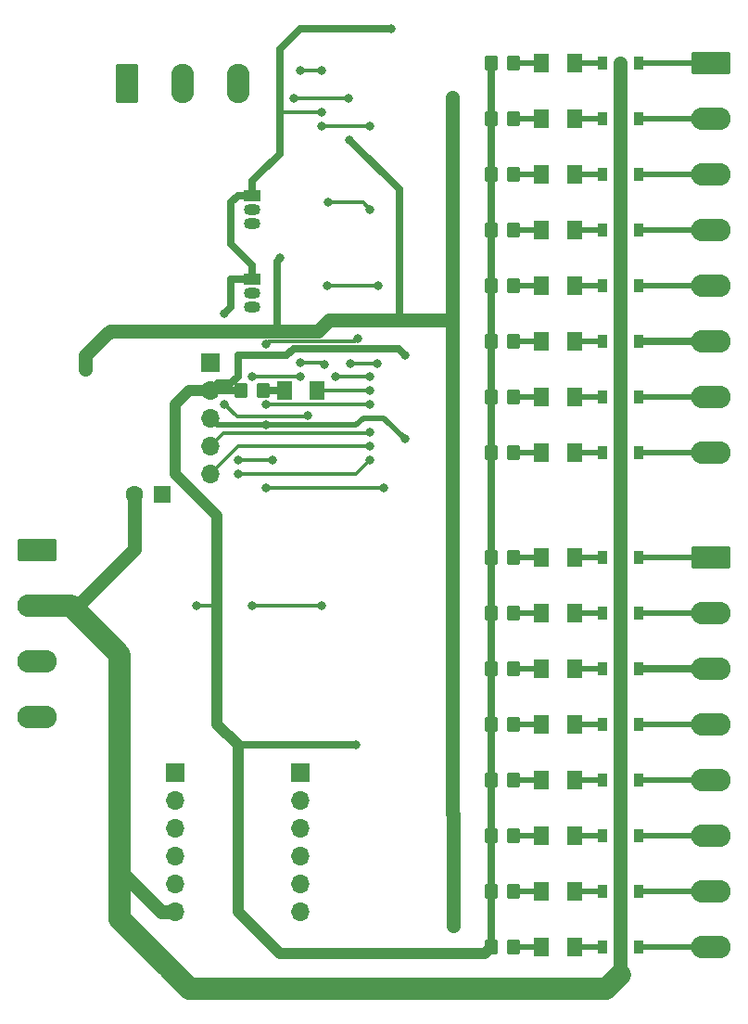
<source format=gbr>
%TF.GenerationSoftware,KiCad,Pcbnew,(5.99.0-9393-ga28cb98626)*%
%TF.CreationDate,2021-05-07T15:11:42-07:00*%
%TF.ProjectId,R_Switch,525f5377-6974-4636-982e-6b696361645f,B*%
%TF.SameCoordinates,Original*%
%TF.FileFunction,Copper,L2,Bot*%
%TF.FilePolarity,Positive*%
%FSLAX46Y46*%
G04 Gerber Fmt 4.6, Leading zero omitted, Abs format (unit mm)*
G04 Created by KiCad (PCBNEW (5.99.0-9393-ga28cb98626)) date 2021-05-07 15:11:42*
%MOMM*%
%LPD*%
G01*
G04 APERTURE LIST*
G04 Aperture macros list*
%AMRoundRect*
0 Rectangle with rounded corners*
0 $1 Rounding radius*
0 $2 $3 $4 $5 $6 $7 $8 $9 X,Y pos of 4 corners*
0 Add a 4 corners polygon primitive as box body*
4,1,4,$2,$3,$4,$5,$6,$7,$8,$9,$2,$3,0*
0 Add four circle primitives for the rounded corners*
1,1,$1+$1,$2,$3*
1,1,$1+$1,$4,$5*
1,1,$1+$1,$6,$7*
1,1,$1+$1,$8,$9*
0 Add four rect primitives between the rounded corners*
20,1,$1+$1,$2,$3,$4,$5,0*
20,1,$1+$1,$4,$5,$6,$7,0*
20,1,$1+$1,$6,$7,$8,$9,0*
20,1,$1+$1,$8,$9,$2,$3,0*%
G04 Aperture macros list end*
%TA.AperFunction,ComponentPad*%
%ADD10R,1.700000X1.700000*%
%TD*%
%TA.AperFunction,ComponentPad*%
%ADD11O,1.700000X1.700000*%
%TD*%
%TA.AperFunction,ComponentPad*%
%ADD12R,1.500000X1.050000*%
%TD*%
%TA.AperFunction,ComponentPad*%
%ADD13O,1.500000X1.050000*%
%TD*%
%TA.AperFunction,ComponentPad*%
%ADD14R,1.600000X1.600000*%
%TD*%
%TA.AperFunction,ComponentPad*%
%ADD15C,1.600000*%
%TD*%
%TA.AperFunction,SMDPad,CuDef*%
%ADD16R,0.900000X1.200000*%
%TD*%
%TA.AperFunction,SMDPad,CuDef*%
%ADD17RoundRect,0.250001X0.462499X0.624999X-0.462499X0.624999X-0.462499X-0.624999X0.462499X-0.624999X0*%
%TD*%
%TA.AperFunction,SMDPad,CuDef*%
%ADD18RoundRect,0.250000X0.350000X0.450000X-0.350000X0.450000X-0.350000X-0.450000X0.350000X-0.450000X0*%
%TD*%
%TA.AperFunction,ComponentPad*%
%ADD19RoundRect,0.249999X-1.550001X0.790001X-1.550001X-0.790001X1.550001X-0.790001X1.550001X0.790001X0*%
%TD*%
%TA.AperFunction,ComponentPad*%
%ADD20O,3.600000X2.080000*%
%TD*%
%TA.AperFunction,ComponentPad*%
%ADD21RoundRect,0.249999X-0.790001X-1.550001X0.790001X-1.550001X0.790001X1.550001X-0.790001X1.550001X0*%
%TD*%
%TA.AperFunction,ComponentPad*%
%ADD22O,2.080000X3.600000*%
%TD*%
%TA.AperFunction,ViaPad*%
%ADD23C,0.800000*%
%TD*%
%TA.AperFunction,Conductor*%
%ADD24C,0.635000*%
%TD*%
%TA.AperFunction,Conductor*%
%ADD25C,1.270000*%
%TD*%
%TA.AperFunction,Conductor*%
%ADD26C,2.032000*%
%TD*%
%TA.AperFunction,Conductor*%
%ADD27C,0.508000*%
%TD*%
%TA.AperFunction,Conductor*%
%ADD28C,1.016000*%
%TD*%
%TA.AperFunction,Conductor*%
%ADD29C,0.304800*%
%TD*%
G04 APERTURE END LIST*
D10*
%TO.P,J3,1,Pin_1*%
%TO.N,Net-(J3-Pad1)*%
X137795000Y-114935000D03*
D11*
%TO.P,J3,2,Pin_2*%
%TO.N,Net-(J3-Pad2)*%
X137795000Y-117475000D03*
%TO.P,J3,3,Pin_3*%
%TO.N,Net-(J3-Pad3)*%
X137795000Y-120015000D03*
%TO.P,J3,4,Pin_4*%
%TO.N,Net-(J3-Pad4)*%
X137795000Y-122555000D03*
%TO.P,J3,5,Pin_5*%
%TO.N,Net-(J3-Pad5)*%
X137795000Y-125095000D03*
%TO.P,J3,6,Pin_6*%
%TO.N,GND*%
X137795000Y-127635000D03*
%TD*%
D10*
%TO.P,J2,1,Pin_1*%
%TO.N,Net-(J2-Pad1)*%
X149225000Y-114935000D03*
D11*
%TO.P,J2,2,Pin_2*%
%TO.N,Net-(J2-Pad2)*%
X149225000Y-117475000D03*
%TO.P,J2,3,Pin_3*%
%TO.N,Net-(J2-Pad3)*%
X149225000Y-120015000D03*
%TO.P,J2,4,Pin_4*%
%TO.N,Net-(J2-Pad4)*%
X149225000Y-122555000D03*
%TO.P,J2,5,Pin_5*%
%TO.N,Net-(J2-Pad5)*%
X149225000Y-125095000D03*
%TO.P,J2,6,Pin_6*%
%TO.N,GND*%
X149225000Y-127635000D03*
%TD*%
D12*
%TO.P,Q10,1,E*%
%TO.N,+5V*%
X144822500Y-69850000D03*
D13*
%TO.P,Q10,2,B*%
%TO.N,Net-(Q10-Pad2)*%
X144822500Y-71120000D03*
%TO.P,Q10,3,C*%
%TO.N,Net-(Q10-Pad3)*%
X144822500Y-72390000D03*
%TD*%
D14*
%TO.P,C1,1*%
%TO.N,Net-(C1-Pad1)*%
X136547613Y-89535000D03*
D15*
%TO.P,C1,2*%
%TO.N,GND*%
X134047613Y-89535000D03*
%TD*%
D12*
%TO.P,Q9,1,E*%
%TO.N,+5V*%
X144822500Y-62230000D03*
D13*
%TO.P,Q9,2,B*%
%TO.N,Net-(Q9-Pad2)*%
X144822500Y-63500000D03*
%TO.P,Q9,3,C*%
%TO.N,Net-(Q9-Pad3)*%
X144822500Y-64770000D03*
%TD*%
D10*
%TO.P,J4,1,Pin_1*%
%TO.N,VPP*%
X140970000Y-77475000D03*
D11*
%TO.P,J4,2,Pin_2*%
%TO.N,+5V*%
X140970000Y-80015000D03*
%TO.P,J4,3,Pin_3*%
%TO.N,GND*%
X140970000Y-82555000D03*
%TO.P,J4,4,Pin_4*%
%TO.N,PGD*%
X140970000Y-85095000D03*
%TO.P,J4,5,Pin_5*%
%TO.N,PGC*%
X140970000Y-87635000D03*
%TD*%
D16*
%TO.P,D11,1,K*%
%TO.N,Net-(D11-Pad1)*%
X180085000Y-95250000D03*
%TO.P,D11,2,A*%
%TO.N,Net-(D11-Pad2)*%
X176785000Y-95250000D03*
%TD*%
D17*
%TO.P,D2,1,K*%
%TO.N,Net-(D2-Pad1)*%
X150712500Y-80010000D03*
%TO.P,D2,2,A*%
%TO.N,Net-(D2-Pad2)*%
X147737500Y-80010000D03*
%TD*%
%TO.P,D28,1,K*%
%TO.N,Net-(D28-Pad1)*%
X174207500Y-55245000D03*
%TO.P,D28,2,A*%
%TO.N,Net-(D28-Pad2)*%
X171232500Y-55245000D03*
%TD*%
D18*
%TO.P,R10,1*%
%TO.N,Net-(D6-Pad2)*%
X168640000Y-110490000D03*
%TO.P,R10,2*%
%TO.N,+5V*%
X166640000Y-110490000D03*
%TD*%
D17*
%TO.P,D32,1,K*%
%TO.N,Net-(D32-Pad1)*%
X174207500Y-75565000D03*
%TO.P,D32,2,A*%
%TO.N,Net-(D32-Pad2)*%
X171232500Y-75565000D03*
%TD*%
D18*
%TO.P,R32,1*%
%TO.N,Net-(D28-Pad2)*%
X168640000Y-55245000D03*
%TO.P,R32,2*%
%TO.N,+5V*%
X166640000Y-55245000D03*
%TD*%
%TO.P,R37,1*%
%TO.N,Net-(D33-Pad2)*%
X168640000Y-80645000D03*
%TO.P,R37,2*%
%TO.N,+5V*%
X166640000Y-80645000D03*
%TD*%
%TO.P,R33,1*%
%TO.N,Net-(D29-Pad2)*%
X168640000Y-60325000D03*
%TO.P,R33,2*%
%TO.N,+5V*%
X166640000Y-60325000D03*
%TD*%
D16*
%TO.P,D35,1,K*%
%TO.N,Net-(D35-Pad1)*%
X180085000Y-50165000D03*
%TO.P,D35,2,A*%
%TO.N,Net-(D27-Pad1)*%
X176785000Y-50165000D03*
%TD*%
%TO.P,D41,1,K*%
%TO.N,Net-(D41-Pad1)*%
X180085000Y-80645000D03*
%TO.P,D41,2,A*%
%TO.N,Net-(D33-Pad1)*%
X176785000Y-80645000D03*
%TD*%
D17*
%TO.P,D29,1,K*%
%TO.N,Net-(D29-Pad1)*%
X174207500Y-60325000D03*
%TO.P,D29,2,A*%
%TO.N,Net-(D29-Pad2)*%
X171232500Y-60325000D03*
%TD*%
%TO.P,D6,1,K*%
%TO.N,Net-(D14-Pad2)*%
X174207500Y-110490000D03*
%TO.P,D6,2,A*%
%TO.N,Net-(D6-Pad2)*%
X171232500Y-110490000D03*
%TD*%
D18*
%TO.P,R38,1*%
%TO.N,Net-(D34-Pad2)*%
X168640000Y-85725000D03*
%TO.P,R38,2*%
%TO.N,+5V*%
X166640000Y-85725000D03*
%TD*%
D17*
%TO.P,D5,1,K*%
%TO.N,Net-(D13-Pad2)*%
X174207500Y-105410000D03*
%TO.P,D5,2,A*%
%TO.N,Net-(D5-Pad2)*%
X171232500Y-105410000D03*
%TD*%
D18*
%TO.P,R8,1*%
%TO.N,Net-(D4-Pad2)*%
X168640000Y-100330000D03*
%TO.P,R8,2*%
%TO.N,+5V*%
X166640000Y-100330000D03*
%TD*%
D16*
%TO.P,D14,1,K*%
%TO.N,Net-(D14-Pad1)*%
X180085000Y-110490000D03*
%TO.P,D14,2,A*%
%TO.N,Net-(D14-Pad2)*%
X176785000Y-110490000D03*
%TD*%
D18*
%TO.P,R35,1*%
%TO.N,Net-(D31-Pad2)*%
X168640000Y-70485000D03*
%TO.P,R35,2*%
%TO.N,+5V*%
X166640000Y-70485000D03*
%TD*%
%TO.P,R13,1*%
%TO.N,Net-(D9-Pad2)*%
X168640000Y-125730000D03*
%TO.P,R13,2*%
%TO.N,+5V*%
X166640000Y-125730000D03*
%TD*%
%TO.P,R14,1*%
%TO.N,Net-(D10-Pad2)*%
X168640000Y-130810000D03*
%TO.P,R14,2*%
%TO.N,+5V*%
X166640000Y-130810000D03*
%TD*%
D19*
%TO.P,J5,1,Pin_1*%
%TO.N,Net-(D35-Pad1)*%
X186690000Y-50165000D03*
D20*
%TO.P,J5,2,Pin_2*%
%TO.N,Net-(D36-Pad1)*%
X186690000Y-55245000D03*
%TO.P,J5,3,Pin_3*%
%TO.N,Net-(D37-Pad1)*%
X186690000Y-60325000D03*
%TO.P,J5,4,Pin_4*%
%TO.N,Net-(D38-Pad1)*%
X186690000Y-65405000D03*
%TO.P,J5,5,Pin_5*%
%TO.N,Net-(D39-Pad1)*%
X186690000Y-70485000D03*
%TO.P,J5,6,Pin_6*%
%TO.N,Net-(D40-Pad1)*%
X186690000Y-75565000D03*
%TO.P,J5,7,Pin_7*%
%TO.N,Net-(D41-Pad1)*%
X186690000Y-80645000D03*
%TO.P,J5,8,Pin_8*%
%TO.N,Net-(D42-Pad1)*%
X186690000Y-85725000D03*
%TD*%
D16*
%TO.P,D37,1,K*%
%TO.N,Net-(D37-Pad1)*%
X180085000Y-60325000D03*
%TO.P,D37,2,A*%
%TO.N,Net-(D29-Pad1)*%
X176785000Y-60325000D03*
%TD*%
D17*
%TO.P,D9,1,K*%
%TO.N,Net-(D17-Pad2)*%
X174207500Y-125730000D03*
%TO.P,D9,2,A*%
%TO.N,Net-(D9-Pad2)*%
X171232500Y-125730000D03*
%TD*%
%TO.P,D33,1,K*%
%TO.N,Net-(D33-Pad1)*%
X174207500Y-80645000D03*
%TO.P,D33,2,A*%
%TO.N,Net-(D33-Pad2)*%
X171232500Y-80645000D03*
%TD*%
%TO.P,D30,1,K*%
%TO.N,Net-(D30-Pad1)*%
X174207500Y-65405000D03*
%TO.P,D30,2,A*%
%TO.N,Net-(D30-Pad2)*%
X171232500Y-65405000D03*
%TD*%
D19*
%TO.P,J6,1,Pin_1*%
%TO.N,Net-(D11-Pad1)*%
X186690000Y-95250000D03*
D20*
%TO.P,J6,2,Pin_2*%
%TO.N,Net-(D12-Pad1)*%
X186690000Y-100330000D03*
%TO.P,J6,3,Pin_3*%
%TO.N,Net-(D13-Pad1)*%
X186690000Y-105410000D03*
%TO.P,J6,4,Pin_4*%
%TO.N,Net-(D14-Pad1)*%
X186690000Y-110490000D03*
%TO.P,J6,5,Pin_5*%
%TO.N,Net-(D15-Pad1)*%
X186690000Y-115570000D03*
%TO.P,J6,6,Pin_6*%
%TO.N,Net-(D16-Pad1)*%
X186690000Y-120650000D03*
%TO.P,J6,7,Pin_7*%
%TO.N,Net-(D17-Pad1)*%
X186690000Y-125730000D03*
%TO.P,J6,8,Pin_8*%
%TO.N,Net-(D18-Pad1)*%
X186690000Y-130810000D03*
%TD*%
D17*
%TO.P,D27,1,K*%
%TO.N,Net-(D27-Pad1)*%
X174207500Y-50165000D03*
%TO.P,D27,2,A*%
%TO.N,Net-(D27-Pad2)*%
X171232500Y-50165000D03*
%TD*%
D18*
%TO.P,R34,1*%
%TO.N,Net-(D30-Pad2)*%
X168640000Y-65405000D03*
%TO.P,R34,2*%
%TO.N,+5V*%
X166640000Y-65405000D03*
%TD*%
D17*
%TO.P,D10,1,K*%
%TO.N,Net-(D10-Pad1)*%
X174207500Y-130810000D03*
%TO.P,D10,2,A*%
%TO.N,Net-(D10-Pad2)*%
X171232500Y-130810000D03*
%TD*%
D16*
%TO.P,D13,1,K*%
%TO.N,Net-(D13-Pad1)*%
X180085000Y-105410000D03*
%TO.P,D13,2,A*%
%TO.N,Net-(D13-Pad2)*%
X176785000Y-105410000D03*
%TD*%
D21*
%TO.P,J7,1,Pin_1*%
%TO.N,Net-(J7-Pad1)*%
X133350000Y-51982500D03*
D22*
%TO.P,J7,2,Pin_2*%
%TO.N,Net-(J7-Pad2)*%
X138430000Y-51982500D03*
%TO.P,J7,3,Pin_3*%
%TO.N,GND*%
X143510000Y-51982500D03*
%TD*%
D18*
%TO.P,R7,1*%
%TO.N,Net-(D3-Pad2)*%
X168640000Y-95250000D03*
%TO.P,R7,2*%
%TO.N,+5V*%
X166640000Y-95250000D03*
%TD*%
%TO.P,R9,1*%
%TO.N,Net-(D5-Pad2)*%
X168640000Y-105410000D03*
%TO.P,R9,2*%
%TO.N,+5V*%
X166640000Y-105410000D03*
%TD*%
D17*
%TO.P,D4,1,K*%
%TO.N,Net-(D12-Pad2)*%
X174207500Y-100330000D03*
%TO.P,D4,2,A*%
%TO.N,Net-(D4-Pad2)*%
X171232500Y-100330000D03*
%TD*%
D16*
%TO.P,D39,1,K*%
%TO.N,Net-(D39-Pad1)*%
X180085000Y-70485000D03*
%TO.P,D39,2,A*%
%TO.N,Net-(D31-Pad1)*%
X176785000Y-70485000D03*
%TD*%
%TO.P,D18,1,K*%
%TO.N,Net-(D18-Pad1)*%
X180085000Y-130810000D03*
%TO.P,D18,2,A*%
%TO.N,Net-(D10-Pad1)*%
X176785000Y-130810000D03*
%TD*%
D18*
%TO.P,R36,1*%
%TO.N,Net-(D32-Pad2)*%
X168640000Y-75565000D03*
%TO.P,R36,2*%
%TO.N,+5V*%
X166640000Y-75565000D03*
%TD*%
D16*
%TO.P,D36,1,K*%
%TO.N,Net-(D36-Pad1)*%
X180085000Y-55245000D03*
%TO.P,D36,2,A*%
%TO.N,Net-(D28-Pad1)*%
X176785000Y-55245000D03*
%TD*%
%TO.P,D15,1,K*%
%TO.N,Net-(D15-Pad1)*%
X180085000Y-115570000D03*
%TO.P,D15,2,A*%
%TO.N,Net-(D15-Pad2)*%
X176785000Y-115570000D03*
%TD*%
D17*
%TO.P,D7,1,K*%
%TO.N,Net-(D15-Pad2)*%
X174207500Y-115570000D03*
%TO.P,D7,2,A*%
%TO.N,Net-(D7-Pad2)*%
X171232500Y-115570000D03*
%TD*%
%TO.P,D3,1,K*%
%TO.N,Net-(D11-Pad2)*%
X174207500Y-95250000D03*
%TO.P,D3,2,A*%
%TO.N,Net-(D3-Pad2)*%
X171232500Y-95250000D03*
%TD*%
%TO.P,D31,1,K*%
%TO.N,Net-(D31-Pad1)*%
X174207500Y-70485000D03*
%TO.P,D31,2,A*%
%TO.N,Net-(D31-Pad2)*%
X171232500Y-70485000D03*
%TD*%
D16*
%TO.P,D17,1,K*%
%TO.N,Net-(D17-Pad1)*%
X180085000Y-125730000D03*
%TO.P,D17,2,A*%
%TO.N,Net-(D17-Pad2)*%
X176785000Y-125730000D03*
%TD*%
%TO.P,D42,1,K*%
%TO.N,Net-(D42-Pad1)*%
X180085000Y-85725000D03*
%TO.P,D42,2,A*%
%TO.N,Net-(D34-Pad1)*%
X176785000Y-85725000D03*
%TD*%
D18*
%TO.P,R6,1*%
%TO.N,Net-(D2-Pad2)*%
X145780000Y-80010000D03*
%TO.P,R6,2*%
%TO.N,+5V*%
X143780000Y-80010000D03*
%TD*%
D16*
%TO.P,D16,1,K*%
%TO.N,Net-(D16-Pad1)*%
X180085000Y-120650000D03*
%TO.P,D16,2,A*%
%TO.N,Net-(D16-Pad2)*%
X176785000Y-120650000D03*
%TD*%
D17*
%TO.P,D34,1,K*%
%TO.N,Net-(D34-Pad1)*%
X174207500Y-85725000D03*
%TO.P,D34,2,A*%
%TO.N,Net-(D34-Pad2)*%
X171232500Y-85725000D03*
%TD*%
D18*
%TO.P,R11,1*%
%TO.N,Net-(D7-Pad2)*%
X168640000Y-115570000D03*
%TO.P,R11,2*%
%TO.N,+5V*%
X166640000Y-115570000D03*
%TD*%
D16*
%TO.P,D40,1,K*%
%TO.N,Net-(D40-Pad1)*%
X180085000Y-75565000D03*
%TO.P,D40,2,A*%
%TO.N,Net-(D32-Pad1)*%
X176785000Y-75565000D03*
%TD*%
%TO.P,D38,1,K*%
%TO.N,Net-(D38-Pad1)*%
X180085000Y-65405000D03*
%TO.P,D38,2,A*%
%TO.N,Net-(D30-Pad1)*%
X176785000Y-65405000D03*
%TD*%
D18*
%TO.P,R12,1*%
%TO.N,Net-(D8-Pad2)*%
X168640000Y-120650000D03*
%TO.P,R12,2*%
%TO.N,+5V*%
X166640000Y-120650000D03*
%TD*%
D16*
%TO.P,D12,1,K*%
%TO.N,Net-(D12-Pad1)*%
X180085000Y-100330000D03*
%TO.P,D12,2,A*%
%TO.N,Net-(D12-Pad2)*%
X176785000Y-100330000D03*
%TD*%
D17*
%TO.P,D8,1,K*%
%TO.N,Net-(D16-Pad2)*%
X174207500Y-120650000D03*
%TO.P,D8,2,A*%
%TO.N,Net-(D8-Pad2)*%
X171232500Y-120650000D03*
%TD*%
D18*
%TO.P,R31,1*%
%TO.N,Net-(D27-Pad2)*%
X168640000Y-50165000D03*
%TO.P,R31,2*%
%TO.N,+5V*%
X166640000Y-50165000D03*
%TD*%
D19*
%TO.P,J1,1,Pin_1*%
%TO.N,+12V*%
X125182500Y-94615000D03*
D20*
%TO.P,J1,2,Pin_2*%
%TO.N,GND*%
X125182500Y-99695000D03*
%TO.P,J1,3,Pin_3*%
%TO.N,TX*%
X125182500Y-104775000D03*
%TO.P,J1,4,Pin_4*%
%TO.N,RX*%
X125182500Y-109855000D03*
%TD*%
D23*
%TO.N,GND*%
X163100000Y-83725000D03*
X150777589Y-74577589D03*
X178435000Y-50165000D03*
X163195000Y-128905000D03*
X163100000Y-53245000D03*
X178435000Y-125730000D03*
X178435000Y-60325000D03*
X178435000Y-95250000D03*
X178435000Y-105410000D03*
X158750000Y-84455000D03*
X178435000Y-65405000D03*
X146050000Y-83185000D03*
X147320000Y-67945000D03*
X178435000Y-110490000D03*
X178435000Y-70485000D03*
X178435000Y-120650000D03*
X163100000Y-118650000D03*
X178435000Y-75565000D03*
X153670000Y-57150000D03*
X163100000Y-73565000D03*
X178435000Y-130810000D03*
X178435000Y-55245000D03*
X178435000Y-115570000D03*
X163100000Y-98330000D03*
X163100000Y-108490000D03*
X129540000Y-78105000D03*
X178435000Y-100330000D03*
X178435000Y-85725000D03*
X178435000Y-80645000D03*
X163100000Y-63405000D03*
%TO.N,+5V*%
X157480000Y-46990000D03*
X158750000Y-76835000D03*
X143510000Y-112395000D03*
X139700000Y-99695000D03*
X154305000Y-112395000D03*
X142240000Y-73025000D03*
X151130000Y-54610000D03*
%TO.N,Net-(D2-Pad1)*%
X155575000Y-80010000D03*
%TO.N,Net-(J2-Pad5)*%
X155575000Y-81280000D03*
X146050000Y-81310000D03*
%TO.N,Net-(J2-Pad4)*%
X156845000Y-88900000D03*
X146050000Y-88900000D03*
%TO.N,PGC*%
X155575000Y-85090000D03*
X151765000Y-62865000D03*
X155575000Y-63500000D03*
%TO.N,PGD*%
X156327410Y-70485000D03*
X155575000Y-83820000D03*
X151663536Y-70485000D03*
%TO.N,VPP*%
X142240000Y-81280000D03*
X149860000Y-82330990D03*
%TO.N,Out_7*%
X151130000Y-55880000D03*
X155575000Y-55880000D03*
%TO.N,Net-(R57-Pad1)*%
X155575000Y-86360000D03*
X143510000Y-87630000D03*
%TO.N,Net-(R58-Pad1)*%
X143510000Y-86360000D03*
X146685000Y-86360000D03*
%TO.N,Net-(U1-Pad18)*%
X156227224Y-77610609D03*
X153772965Y-77572965D03*
%TO.N,Net-(U1-Pad17)*%
X152400000Y-78740000D03*
X155575000Y-78740000D03*
%TO.N,Net-(U1-Pad3)*%
X154420974Y-75317410D03*
X146050000Y-75812599D03*
%TO.N,Net-(U1-Pad2)*%
X151130000Y-99695000D03*
X144780000Y-99695000D03*
X148590000Y-53340000D03*
X153552590Y-53340000D03*
X149225000Y-78740000D03*
X144780000Y-78740000D03*
%TO.N,Net-(U1-Pad1)*%
X151403240Y-77625830D03*
X149225000Y-77470000D03*
X151130000Y-50800000D03*
X149225000Y-50800000D03*
%TD*%
D24*
%TO.N,Net-(D13-Pad1)*%
X186690000Y-105410000D02*
X180085000Y-105410000D01*
%TO.N,Net-(D40-Pad1)*%
X186690000Y-75565000D02*
X180085000Y-75565000D01*
D25*
%TO.N,GND*%
X178435000Y-85725000D02*
X178435000Y-95250000D01*
X178435000Y-50165000D02*
X178435000Y-55245000D01*
X163100000Y-73565000D02*
X163100000Y-63405000D01*
X131445000Y-74930000D02*
X129540000Y-76835000D01*
D26*
X132715000Y-123825000D02*
X132715000Y-128270000D01*
D27*
X154305000Y-83185000D02*
X154940000Y-82550000D01*
D25*
X150777589Y-74577589D02*
X147037411Y-74577589D01*
X158210000Y-73565000D02*
X151790178Y-73565000D01*
X163100000Y-108490000D02*
X163100000Y-98330000D01*
X178435000Y-130810000D02*
X178435000Y-133350000D01*
D27*
X141600000Y-83185000D02*
X140970000Y-82555000D01*
D25*
X134047613Y-94552387D02*
X128905000Y-99695000D01*
D26*
X176530000Y-134620000D02*
X177165000Y-134620000D01*
D25*
X178435000Y-125730000D02*
X178435000Y-130810000D01*
X178435000Y-120650000D02*
X178435000Y-125730000D01*
X178435000Y-70485000D02*
X178435000Y-75565000D01*
D26*
X137160000Y-132715000D02*
X139065000Y-134620000D01*
D25*
X178435000Y-55245000D02*
X178435000Y-60325000D01*
D24*
X147037411Y-74577589D02*
X147037411Y-68227589D01*
D25*
X178435000Y-110490000D02*
X178435000Y-115570000D01*
X128905000Y-99695000D02*
X125182500Y-99695000D01*
D27*
X156845000Y-82550000D02*
X158750000Y-84455000D01*
D26*
X132715000Y-104140000D02*
X132715000Y-123825000D01*
D25*
X178435000Y-95250000D02*
X178435000Y-100330000D01*
D26*
X177165000Y-134620000D02*
X178435000Y-133350000D01*
D25*
X131797411Y-74577589D02*
X131445000Y-74930000D01*
X163100000Y-83725000D02*
X163100000Y-73565000D01*
X178435000Y-65405000D02*
X178435000Y-70485000D01*
X163195000Y-118745000D02*
X163100000Y-118650000D01*
X163100000Y-98330000D02*
X163100000Y-83725000D01*
X163100000Y-63405000D02*
X163100000Y-53245000D01*
D26*
X125182500Y-99695000D02*
X128270000Y-99695000D01*
D25*
X136525000Y-127635000D02*
X132715000Y-123825000D01*
X151790178Y-73565000D02*
X150777589Y-74577589D01*
X129540000Y-76835000D02*
X129540000Y-78105000D01*
X137795000Y-127635000D02*
X136525000Y-127635000D01*
X178435000Y-105410000D02*
X178435000Y-110490000D01*
D27*
X154940000Y-82550000D02*
X156845000Y-82550000D01*
D24*
X147037411Y-68227589D02*
X147320000Y-67945000D01*
D26*
X132715000Y-128270000D02*
X137160000Y-132715000D01*
D27*
X146050000Y-83185000D02*
X154305000Y-83185000D01*
D25*
X163100000Y-118650000D02*
X163100000Y-108490000D01*
X147037411Y-74577589D02*
X131797411Y-74577589D01*
X163100000Y-73565000D02*
X158210000Y-73565000D01*
D24*
X158210000Y-61690000D02*
X153670000Y-57150000D01*
D25*
X163195000Y-128905000D02*
X163195000Y-118745000D01*
D26*
X139065000Y-134620000D02*
X176530000Y-134620000D01*
D25*
X134047613Y-89535000D02*
X134047613Y-94552387D01*
X178435000Y-75565000D02*
X178435000Y-80645000D01*
X178435000Y-100330000D02*
X178435000Y-105410000D01*
D26*
X128270000Y-99695000D02*
X132715000Y-104140000D01*
D24*
X158210000Y-73565000D02*
X158210000Y-61690000D01*
D25*
X178435000Y-60325000D02*
X178435000Y-65405000D01*
X178435000Y-80645000D02*
X178435000Y-85725000D01*
X178435000Y-115570000D02*
X178435000Y-120650000D01*
D27*
X146050000Y-83185000D02*
X141600000Y-83185000D01*
D24*
%TO.N,+5V*%
X166640000Y-95250000D02*
X166640000Y-100330000D01*
X154305000Y-112395000D02*
X143510000Y-112395000D01*
D28*
X140970000Y-80015000D02*
X139060000Y-80015000D01*
D24*
X158149920Y-76234920D02*
X158750000Y-76835000D01*
X142875000Y-79375000D02*
X143510000Y-78740000D01*
D28*
X137795000Y-87630000D02*
X141605000Y-91440000D01*
D24*
X147320000Y-58420000D02*
X147320000Y-55245000D01*
X141610000Y-79375000D02*
X142875000Y-79375000D01*
D28*
X141605000Y-110490000D02*
X143510000Y-112395000D01*
X143510000Y-127635000D02*
X147320000Y-131445000D01*
D24*
X166640000Y-60325000D02*
X166640000Y-65405000D01*
X144822500Y-68622500D02*
X142875000Y-66675000D01*
X147320000Y-48895000D02*
X149225000Y-46990000D01*
X142240000Y-73025000D02*
X142875000Y-72390000D01*
D28*
X147320000Y-131445000D02*
X166005000Y-131445000D01*
X137795000Y-81280000D02*
X137795000Y-87630000D01*
X141605000Y-99695000D02*
X141605000Y-110490000D01*
D24*
X166640000Y-75565000D02*
X166640000Y-80645000D01*
D29*
X151130000Y-54610000D02*
X147320000Y-54610000D01*
D24*
X166640000Y-115570000D02*
X166640000Y-120650000D01*
D28*
X139060000Y-80015000D02*
X137795000Y-81280000D01*
D24*
X166640000Y-65405000D02*
X166640000Y-70485000D01*
D28*
X141605000Y-91440000D02*
X141605000Y-99695000D01*
D24*
X147320000Y-54610000D02*
X147320000Y-48895000D01*
X166640000Y-85725000D02*
X166640000Y-95250000D01*
X140970000Y-80015000D02*
X141610000Y-79375000D01*
X166640000Y-80645000D02*
X166640000Y-85725000D01*
X166640000Y-125730000D02*
X166640000Y-130810000D01*
X143510000Y-62230000D02*
X144822500Y-62230000D01*
X166640000Y-120650000D02*
X166640000Y-125730000D01*
X142875000Y-69850000D02*
X144822500Y-69850000D01*
X140975000Y-80010000D02*
X140970000Y-80015000D01*
X166640000Y-105410000D02*
X166640000Y-110490000D01*
X147955000Y-76835000D02*
X148555080Y-76234920D01*
X145415000Y-60325000D02*
X147320000Y-58420000D01*
X148590000Y-76234920D02*
X158149920Y-76234920D01*
X143510000Y-76835000D02*
X147320000Y-76835000D01*
X166640000Y-50165000D02*
X166640000Y-55245000D01*
D29*
X139700000Y-99695000D02*
X141605000Y-99695000D01*
D24*
X142875000Y-62865000D02*
X143510000Y-62230000D01*
X143510000Y-78740000D02*
X143510000Y-76835000D01*
X142875000Y-72390000D02*
X142875000Y-69850000D01*
X166640000Y-55245000D02*
X166640000Y-60325000D01*
X144822500Y-62230000D02*
X144822500Y-60917500D01*
D28*
X143510000Y-112395000D02*
X143510000Y-127635000D01*
D24*
X166640000Y-70485000D02*
X166640000Y-75565000D01*
X166640000Y-110490000D02*
X166640000Y-115570000D01*
X149225000Y-46990000D02*
X157480000Y-46990000D01*
X147320000Y-76835000D02*
X147955000Y-76835000D01*
X166640000Y-100330000D02*
X166640000Y-105410000D01*
X144822500Y-60917500D02*
X145415000Y-60325000D01*
D28*
X166005000Y-131445000D02*
X166640000Y-130810000D01*
D24*
X147320000Y-55245000D02*
X147320000Y-54610000D01*
X142875000Y-66675000D02*
X142875000Y-62865000D01*
X144822500Y-69850000D02*
X144822500Y-68622500D01*
X143780000Y-80010000D02*
X140975000Y-80010000D01*
%TO.N,Net-(D2-Pad2)*%
X145780000Y-80010000D02*
X147737500Y-80010000D01*
D29*
%TO.N,Net-(D2-Pad1)*%
X150712500Y-80010000D02*
X155575000Y-80010000D01*
D27*
%TO.N,Net-(D3-Pad2)*%
X168640000Y-95250000D02*
X171232500Y-95250000D01*
%TO.N,Net-(D11-Pad2)*%
X174207500Y-95250000D02*
X176785000Y-95250000D01*
%TO.N,Net-(D4-Pad2)*%
X168640000Y-100330000D02*
X171232500Y-100330000D01*
%TO.N,Net-(D12-Pad2)*%
X174207500Y-100330000D02*
X176785000Y-100330000D01*
%TO.N,Net-(D5-Pad2)*%
X168640000Y-105410000D02*
X171232500Y-105410000D01*
%TO.N,Net-(D13-Pad2)*%
X174207500Y-105410000D02*
X176785000Y-105410000D01*
%TO.N,Net-(D6-Pad2)*%
X168640000Y-110490000D02*
X171232500Y-110490000D01*
%TO.N,Net-(D14-Pad2)*%
X174207500Y-110490000D02*
X176785000Y-110490000D01*
%TO.N,Net-(D7-Pad2)*%
X168640000Y-115570000D02*
X171232500Y-115570000D01*
%TO.N,Net-(D15-Pad2)*%
X174207500Y-115570000D02*
X176785000Y-115570000D01*
%TO.N,Net-(D8-Pad2)*%
X168640000Y-120650000D02*
X171232500Y-120650000D01*
%TO.N,Net-(D16-Pad2)*%
X174207500Y-120650000D02*
X176785000Y-120650000D01*
%TO.N,Net-(D9-Pad2)*%
X168640000Y-125730000D02*
X171232500Y-125730000D01*
%TO.N,Net-(D17-Pad2)*%
X174207500Y-125730000D02*
X176785000Y-125730000D01*
%TO.N,Net-(D10-Pad2)*%
X168640000Y-130810000D02*
X171232500Y-130810000D01*
%TO.N,Net-(D10-Pad1)*%
X176785000Y-130810000D02*
X174207500Y-130810000D01*
%TO.N,Net-(D11-Pad1)*%
X186690000Y-95250000D02*
X180085000Y-95250000D01*
%TO.N,Net-(D12-Pad1)*%
X186690000Y-100330000D02*
X180085000Y-100330000D01*
%TO.N,Net-(D14-Pad1)*%
X186690000Y-110490000D02*
X180085000Y-110490000D01*
%TO.N,Net-(D15-Pad1)*%
X186690000Y-115570000D02*
X180085000Y-115570000D01*
%TO.N,Net-(D16-Pad1)*%
X186690000Y-120650000D02*
X180085000Y-120650000D01*
%TO.N,Net-(D17-Pad1)*%
X186690000Y-125730000D02*
X180085000Y-125730000D01*
%TO.N,Net-(D18-Pad1)*%
X186690000Y-130810000D02*
X180085000Y-130810000D01*
%TO.N,Net-(D27-Pad2)*%
X168640000Y-50165000D02*
X171232500Y-50165000D01*
%TO.N,Net-(D27-Pad1)*%
X174207500Y-50165000D02*
X176785000Y-50165000D01*
%TO.N,Net-(D28-Pad2)*%
X168640000Y-55245000D02*
X171232500Y-55245000D01*
%TO.N,Net-(D28-Pad1)*%
X174207500Y-55245000D02*
X176785000Y-55245000D01*
%TO.N,Net-(D29-Pad2)*%
X168640000Y-60325000D02*
X171232500Y-60325000D01*
%TO.N,Net-(D29-Pad1)*%
X174207500Y-60325000D02*
X176785000Y-60325000D01*
%TO.N,Net-(D30-Pad2)*%
X168640000Y-65405000D02*
X171232500Y-65405000D01*
%TO.N,Net-(D30-Pad1)*%
X174207500Y-65405000D02*
X176785000Y-65405000D01*
%TO.N,Net-(D31-Pad2)*%
X168640000Y-70485000D02*
X171232500Y-70485000D01*
%TO.N,Net-(D31-Pad1)*%
X174207500Y-70485000D02*
X176785000Y-70485000D01*
%TO.N,Net-(D32-Pad2)*%
X168640000Y-75565000D02*
X171232500Y-75565000D01*
%TO.N,Net-(D32-Pad1)*%
X174207500Y-75565000D02*
X176785000Y-75565000D01*
%TO.N,Net-(D33-Pad2)*%
X168640000Y-80645000D02*
X171232500Y-80645000D01*
%TO.N,Net-(D33-Pad1)*%
X174207500Y-80645000D02*
X176785000Y-80645000D01*
%TO.N,Net-(D34-Pad2)*%
X168640000Y-85725000D02*
X171232500Y-85725000D01*
%TO.N,Net-(D34-Pad1)*%
X174207500Y-85725000D02*
X176785000Y-85725000D01*
%TO.N,Net-(D35-Pad1)*%
X186690000Y-50165000D02*
X180085000Y-50165000D01*
%TO.N,Net-(D36-Pad1)*%
X186690000Y-55245000D02*
X180085000Y-55245000D01*
%TO.N,Net-(D37-Pad1)*%
X186690000Y-60325000D02*
X180085000Y-60325000D01*
%TO.N,Net-(D38-Pad1)*%
X186690000Y-65405000D02*
X180085000Y-65405000D01*
%TO.N,Net-(D39-Pad1)*%
X186690000Y-70485000D02*
X180085000Y-70485000D01*
%TO.N,Net-(D41-Pad1)*%
X186690000Y-80645000D02*
X180085000Y-80645000D01*
%TO.N,Net-(D42-Pad1)*%
X186690000Y-85725000D02*
X180085000Y-85725000D01*
D29*
%TO.N,Net-(J2-Pad5)*%
X146080000Y-81280000D02*
X155575000Y-81280000D01*
X146050000Y-81310000D02*
X146080000Y-81280000D01*
%TO.N,Net-(J2-Pad4)*%
X146050000Y-88900000D02*
X156845000Y-88900000D01*
%TO.N,PGC*%
X154940000Y-62865000D02*
X155575000Y-63500000D01*
X155575000Y-85090000D02*
X143515000Y-85090000D01*
X151765000Y-62865000D02*
X154940000Y-62865000D01*
X143515000Y-85090000D02*
X140970000Y-87635000D01*
%TO.N,PGD*%
X151663536Y-70485000D02*
X156327410Y-70485000D01*
X155575000Y-83820000D02*
X155457599Y-83937401D01*
X155457599Y-83937401D02*
X142127599Y-83937401D01*
X142127599Y-83937401D02*
X140970000Y-85095000D01*
%TO.N,VPP*%
X143392599Y-82432599D02*
X149758391Y-82432599D01*
X142240000Y-81280000D02*
X143392599Y-82432599D01*
X149758391Y-82432599D02*
X149860000Y-82330990D01*
%TO.N,Out_7*%
X155575000Y-55880000D02*
X151130000Y-55880000D01*
%TO.N,Net-(R57-Pad1)*%
X154305000Y-87630000D02*
X155575000Y-86360000D01*
X143510000Y-87630000D02*
X154305000Y-87630000D01*
%TO.N,Net-(R58-Pad1)*%
X143510000Y-86360000D02*
X146685000Y-86360000D01*
%TO.N,Net-(U1-Pad18)*%
X153772965Y-77572965D02*
X156189580Y-77572965D01*
X156189580Y-77572965D02*
X156227224Y-77610609D01*
%TO.N,Net-(U1-Pad17)*%
X152400000Y-78740000D02*
X155575000Y-78740000D01*
%TO.N,Net-(U1-Pad3)*%
X154173384Y-75565000D02*
X154420974Y-75317410D01*
X146297599Y-75565000D02*
X154173384Y-75565000D01*
X146050000Y-75812599D02*
X146297599Y-75565000D01*
%TO.N,Net-(U1-Pad2)*%
X151130000Y-99695000D02*
X144780000Y-99695000D01*
X147955000Y-78740000D02*
X149225000Y-78740000D01*
X148590000Y-53340000D02*
X153552590Y-53340000D01*
X144780000Y-78740000D02*
X147955000Y-78740000D01*
%TO.N,Net-(U1-Pad1)*%
X149225000Y-50800000D02*
X151130000Y-50800000D01*
X149225000Y-77470000D02*
X151247410Y-77470000D01*
X151247410Y-77470000D02*
X151403240Y-77625830D01*
%TD*%
M02*

</source>
